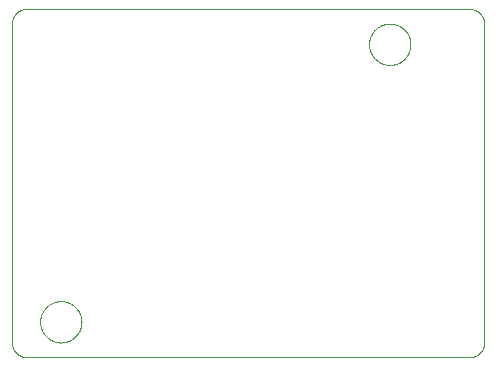
<source format=gko>
G75*
%MOIN*%
%OFA0B0*%
%FSLAX25Y25*%
%IPPOS*%
%LPD*%
%AMOC8*
5,1,8,0,0,1.08239X$1,22.5*
%
%ADD10C,0.00000*%
D10*
X0072713Y0075833D02*
X0220194Y0075833D01*
X0220334Y0075835D01*
X0220474Y0075841D01*
X0220614Y0075851D01*
X0220754Y0075864D01*
X0220893Y0075882D01*
X0221032Y0075904D01*
X0221169Y0075929D01*
X0221307Y0075958D01*
X0221443Y0075991D01*
X0221578Y0076028D01*
X0221712Y0076069D01*
X0221845Y0076114D01*
X0221977Y0076162D01*
X0222107Y0076214D01*
X0222236Y0076269D01*
X0222363Y0076328D01*
X0222489Y0076391D01*
X0222613Y0076457D01*
X0222734Y0076526D01*
X0222854Y0076599D01*
X0222972Y0076676D01*
X0223087Y0076755D01*
X0223201Y0076838D01*
X0223311Y0076924D01*
X0223420Y0077013D01*
X0223526Y0077105D01*
X0223629Y0077200D01*
X0223730Y0077297D01*
X0223827Y0077398D01*
X0223922Y0077501D01*
X0224014Y0077607D01*
X0224103Y0077716D01*
X0224189Y0077826D01*
X0224272Y0077940D01*
X0224351Y0078055D01*
X0224428Y0078173D01*
X0224501Y0078293D01*
X0224570Y0078414D01*
X0224636Y0078538D01*
X0224699Y0078664D01*
X0224758Y0078791D01*
X0224813Y0078920D01*
X0224865Y0079050D01*
X0224913Y0079182D01*
X0224958Y0079315D01*
X0224999Y0079449D01*
X0225036Y0079584D01*
X0225069Y0079720D01*
X0225098Y0079858D01*
X0225123Y0079995D01*
X0225145Y0080134D01*
X0225163Y0080273D01*
X0225176Y0080413D01*
X0225186Y0080553D01*
X0225192Y0080693D01*
X0225194Y0080833D01*
X0225194Y0186975D01*
X0225192Y0187115D01*
X0225186Y0187255D01*
X0225176Y0187395D01*
X0225163Y0187535D01*
X0225145Y0187674D01*
X0225123Y0187813D01*
X0225098Y0187950D01*
X0225069Y0188088D01*
X0225036Y0188224D01*
X0224999Y0188359D01*
X0224958Y0188493D01*
X0224913Y0188626D01*
X0224865Y0188758D01*
X0224813Y0188888D01*
X0224758Y0189017D01*
X0224699Y0189144D01*
X0224636Y0189270D01*
X0224570Y0189394D01*
X0224501Y0189515D01*
X0224428Y0189635D01*
X0224351Y0189753D01*
X0224272Y0189868D01*
X0224189Y0189982D01*
X0224103Y0190092D01*
X0224014Y0190201D01*
X0223922Y0190307D01*
X0223827Y0190410D01*
X0223730Y0190511D01*
X0223629Y0190608D01*
X0223526Y0190703D01*
X0223420Y0190795D01*
X0223311Y0190884D01*
X0223201Y0190970D01*
X0223087Y0191053D01*
X0222972Y0191132D01*
X0222854Y0191209D01*
X0222734Y0191282D01*
X0222613Y0191351D01*
X0222489Y0191417D01*
X0222363Y0191480D01*
X0222236Y0191539D01*
X0222107Y0191594D01*
X0221977Y0191646D01*
X0221845Y0191694D01*
X0221712Y0191739D01*
X0221578Y0191780D01*
X0221443Y0191817D01*
X0221307Y0191850D01*
X0221169Y0191879D01*
X0221032Y0191904D01*
X0220893Y0191926D01*
X0220754Y0191944D01*
X0220614Y0191957D01*
X0220474Y0191967D01*
X0220334Y0191973D01*
X0220194Y0191975D01*
X0072713Y0191975D01*
X0072573Y0191973D01*
X0072433Y0191967D01*
X0072293Y0191957D01*
X0072153Y0191944D01*
X0072014Y0191926D01*
X0071875Y0191904D01*
X0071738Y0191879D01*
X0071600Y0191850D01*
X0071464Y0191817D01*
X0071329Y0191780D01*
X0071195Y0191739D01*
X0071062Y0191694D01*
X0070930Y0191646D01*
X0070800Y0191594D01*
X0070671Y0191539D01*
X0070544Y0191480D01*
X0070418Y0191417D01*
X0070294Y0191351D01*
X0070173Y0191282D01*
X0070053Y0191209D01*
X0069935Y0191132D01*
X0069820Y0191053D01*
X0069706Y0190970D01*
X0069596Y0190884D01*
X0069487Y0190795D01*
X0069381Y0190703D01*
X0069278Y0190608D01*
X0069177Y0190511D01*
X0069080Y0190410D01*
X0068985Y0190307D01*
X0068893Y0190201D01*
X0068804Y0190092D01*
X0068718Y0189982D01*
X0068635Y0189868D01*
X0068556Y0189753D01*
X0068479Y0189635D01*
X0068406Y0189515D01*
X0068337Y0189394D01*
X0068271Y0189270D01*
X0068208Y0189144D01*
X0068149Y0189017D01*
X0068094Y0188888D01*
X0068042Y0188758D01*
X0067994Y0188626D01*
X0067949Y0188493D01*
X0067908Y0188359D01*
X0067871Y0188224D01*
X0067838Y0188088D01*
X0067809Y0187950D01*
X0067784Y0187813D01*
X0067762Y0187674D01*
X0067744Y0187535D01*
X0067731Y0187395D01*
X0067721Y0187255D01*
X0067715Y0187115D01*
X0067713Y0186975D01*
X0067713Y0080833D01*
X0067715Y0080693D01*
X0067721Y0080553D01*
X0067731Y0080413D01*
X0067744Y0080273D01*
X0067762Y0080134D01*
X0067784Y0079995D01*
X0067809Y0079858D01*
X0067838Y0079720D01*
X0067871Y0079584D01*
X0067908Y0079449D01*
X0067949Y0079315D01*
X0067994Y0079182D01*
X0068042Y0079050D01*
X0068094Y0078920D01*
X0068149Y0078791D01*
X0068208Y0078664D01*
X0068271Y0078538D01*
X0068337Y0078414D01*
X0068406Y0078293D01*
X0068479Y0078173D01*
X0068556Y0078055D01*
X0068635Y0077940D01*
X0068718Y0077826D01*
X0068804Y0077716D01*
X0068893Y0077607D01*
X0068985Y0077501D01*
X0069080Y0077398D01*
X0069177Y0077297D01*
X0069278Y0077200D01*
X0069381Y0077105D01*
X0069487Y0077013D01*
X0069596Y0076924D01*
X0069706Y0076838D01*
X0069820Y0076755D01*
X0069935Y0076676D01*
X0070053Y0076599D01*
X0070173Y0076526D01*
X0070294Y0076457D01*
X0070418Y0076391D01*
X0070544Y0076328D01*
X0070671Y0076269D01*
X0070800Y0076214D01*
X0070930Y0076162D01*
X0071062Y0076114D01*
X0071195Y0076069D01*
X0071329Y0076028D01*
X0071464Y0075991D01*
X0071600Y0075958D01*
X0071738Y0075929D01*
X0071875Y0075904D01*
X0072014Y0075882D01*
X0072153Y0075864D01*
X0072293Y0075851D01*
X0072433Y0075841D01*
X0072573Y0075835D01*
X0072713Y0075833D01*
X0077162Y0087644D02*
X0077164Y0087813D01*
X0077170Y0087982D01*
X0077181Y0088151D01*
X0077195Y0088319D01*
X0077214Y0088487D01*
X0077237Y0088655D01*
X0077263Y0088822D01*
X0077294Y0088988D01*
X0077329Y0089154D01*
X0077368Y0089318D01*
X0077412Y0089482D01*
X0077459Y0089644D01*
X0077510Y0089805D01*
X0077565Y0089965D01*
X0077624Y0090124D01*
X0077686Y0090281D01*
X0077753Y0090436D01*
X0077824Y0090590D01*
X0077898Y0090742D01*
X0077976Y0090892D01*
X0078057Y0091040D01*
X0078142Y0091186D01*
X0078231Y0091330D01*
X0078323Y0091472D01*
X0078419Y0091611D01*
X0078518Y0091748D01*
X0078620Y0091883D01*
X0078726Y0092015D01*
X0078835Y0092144D01*
X0078947Y0092271D01*
X0079062Y0092395D01*
X0079180Y0092516D01*
X0079301Y0092634D01*
X0079425Y0092749D01*
X0079552Y0092861D01*
X0079681Y0092970D01*
X0079813Y0093076D01*
X0079948Y0093178D01*
X0080085Y0093277D01*
X0080224Y0093373D01*
X0080366Y0093465D01*
X0080510Y0093554D01*
X0080656Y0093639D01*
X0080804Y0093720D01*
X0080954Y0093798D01*
X0081106Y0093872D01*
X0081260Y0093943D01*
X0081415Y0094010D01*
X0081572Y0094072D01*
X0081731Y0094131D01*
X0081891Y0094186D01*
X0082052Y0094237D01*
X0082214Y0094284D01*
X0082378Y0094328D01*
X0082542Y0094367D01*
X0082708Y0094402D01*
X0082874Y0094433D01*
X0083041Y0094459D01*
X0083209Y0094482D01*
X0083377Y0094501D01*
X0083545Y0094515D01*
X0083714Y0094526D01*
X0083883Y0094532D01*
X0084052Y0094534D01*
X0084221Y0094532D01*
X0084390Y0094526D01*
X0084559Y0094515D01*
X0084727Y0094501D01*
X0084895Y0094482D01*
X0085063Y0094459D01*
X0085230Y0094433D01*
X0085396Y0094402D01*
X0085562Y0094367D01*
X0085726Y0094328D01*
X0085890Y0094284D01*
X0086052Y0094237D01*
X0086213Y0094186D01*
X0086373Y0094131D01*
X0086532Y0094072D01*
X0086689Y0094010D01*
X0086844Y0093943D01*
X0086998Y0093872D01*
X0087150Y0093798D01*
X0087300Y0093720D01*
X0087448Y0093639D01*
X0087594Y0093554D01*
X0087738Y0093465D01*
X0087880Y0093373D01*
X0088019Y0093277D01*
X0088156Y0093178D01*
X0088291Y0093076D01*
X0088423Y0092970D01*
X0088552Y0092861D01*
X0088679Y0092749D01*
X0088803Y0092634D01*
X0088924Y0092516D01*
X0089042Y0092395D01*
X0089157Y0092271D01*
X0089269Y0092144D01*
X0089378Y0092015D01*
X0089484Y0091883D01*
X0089586Y0091748D01*
X0089685Y0091611D01*
X0089781Y0091472D01*
X0089873Y0091330D01*
X0089962Y0091186D01*
X0090047Y0091040D01*
X0090128Y0090892D01*
X0090206Y0090742D01*
X0090280Y0090590D01*
X0090351Y0090436D01*
X0090418Y0090281D01*
X0090480Y0090124D01*
X0090539Y0089965D01*
X0090594Y0089805D01*
X0090645Y0089644D01*
X0090692Y0089482D01*
X0090736Y0089318D01*
X0090775Y0089154D01*
X0090810Y0088988D01*
X0090841Y0088822D01*
X0090867Y0088655D01*
X0090890Y0088487D01*
X0090909Y0088319D01*
X0090923Y0088151D01*
X0090934Y0087982D01*
X0090940Y0087813D01*
X0090942Y0087644D01*
X0090940Y0087475D01*
X0090934Y0087306D01*
X0090923Y0087137D01*
X0090909Y0086969D01*
X0090890Y0086801D01*
X0090867Y0086633D01*
X0090841Y0086466D01*
X0090810Y0086300D01*
X0090775Y0086134D01*
X0090736Y0085970D01*
X0090692Y0085806D01*
X0090645Y0085644D01*
X0090594Y0085483D01*
X0090539Y0085323D01*
X0090480Y0085164D01*
X0090418Y0085007D01*
X0090351Y0084852D01*
X0090280Y0084698D01*
X0090206Y0084546D01*
X0090128Y0084396D01*
X0090047Y0084248D01*
X0089962Y0084102D01*
X0089873Y0083958D01*
X0089781Y0083816D01*
X0089685Y0083677D01*
X0089586Y0083540D01*
X0089484Y0083405D01*
X0089378Y0083273D01*
X0089269Y0083144D01*
X0089157Y0083017D01*
X0089042Y0082893D01*
X0088924Y0082772D01*
X0088803Y0082654D01*
X0088679Y0082539D01*
X0088552Y0082427D01*
X0088423Y0082318D01*
X0088291Y0082212D01*
X0088156Y0082110D01*
X0088019Y0082011D01*
X0087880Y0081915D01*
X0087738Y0081823D01*
X0087594Y0081734D01*
X0087448Y0081649D01*
X0087300Y0081568D01*
X0087150Y0081490D01*
X0086998Y0081416D01*
X0086844Y0081345D01*
X0086689Y0081278D01*
X0086532Y0081216D01*
X0086373Y0081157D01*
X0086213Y0081102D01*
X0086052Y0081051D01*
X0085890Y0081004D01*
X0085726Y0080960D01*
X0085562Y0080921D01*
X0085396Y0080886D01*
X0085230Y0080855D01*
X0085063Y0080829D01*
X0084895Y0080806D01*
X0084727Y0080787D01*
X0084559Y0080773D01*
X0084390Y0080762D01*
X0084221Y0080756D01*
X0084052Y0080754D01*
X0083883Y0080756D01*
X0083714Y0080762D01*
X0083545Y0080773D01*
X0083377Y0080787D01*
X0083209Y0080806D01*
X0083041Y0080829D01*
X0082874Y0080855D01*
X0082708Y0080886D01*
X0082542Y0080921D01*
X0082378Y0080960D01*
X0082214Y0081004D01*
X0082052Y0081051D01*
X0081891Y0081102D01*
X0081731Y0081157D01*
X0081572Y0081216D01*
X0081415Y0081278D01*
X0081260Y0081345D01*
X0081106Y0081416D01*
X0080954Y0081490D01*
X0080804Y0081568D01*
X0080656Y0081649D01*
X0080510Y0081734D01*
X0080366Y0081823D01*
X0080224Y0081915D01*
X0080085Y0082011D01*
X0079948Y0082110D01*
X0079813Y0082212D01*
X0079681Y0082318D01*
X0079552Y0082427D01*
X0079425Y0082539D01*
X0079301Y0082654D01*
X0079180Y0082772D01*
X0079062Y0082893D01*
X0078947Y0083017D01*
X0078835Y0083144D01*
X0078726Y0083273D01*
X0078620Y0083405D01*
X0078518Y0083540D01*
X0078419Y0083677D01*
X0078323Y0083816D01*
X0078231Y0083958D01*
X0078142Y0084102D01*
X0078057Y0084248D01*
X0077976Y0084396D01*
X0077898Y0084546D01*
X0077824Y0084698D01*
X0077753Y0084852D01*
X0077686Y0085007D01*
X0077624Y0085164D01*
X0077565Y0085323D01*
X0077510Y0085483D01*
X0077459Y0085644D01*
X0077412Y0085806D01*
X0077368Y0085970D01*
X0077329Y0086134D01*
X0077294Y0086300D01*
X0077263Y0086466D01*
X0077237Y0086633D01*
X0077214Y0086801D01*
X0077195Y0086969D01*
X0077181Y0087137D01*
X0077170Y0087306D01*
X0077164Y0087475D01*
X0077162Y0087644D01*
X0186808Y0180164D02*
X0186810Y0180333D01*
X0186816Y0180502D01*
X0186827Y0180671D01*
X0186841Y0180839D01*
X0186860Y0181007D01*
X0186883Y0181175D01*
X0186909Y0181342D01*
X0186940Y0181508D01*
X0186975Y0181674D01*
X0187014Y0181838D01*
X0187058Y0182002D01*
X0187105Y0182164D01*
X0187156Y0182325D01*
X0187211Y0182485D01*
X0187270Y0182644D01*
X0187332Y0182801D01*
X0187399Y0182956D01*
X0187470Y0183110D01*
X0187544Y0183262D01*
X0187622Y0183412D01*
X0187703Y0183560D01*
X0187788Y0183706D01*
X0187877Y0183850D01*
X0187969Y0183992D01*
X0188065Y0184131D01*
X0188164Y0184268D01*
X0188266Y0184403D01*
X0188372Y0184535D01*
X0188481Y0184664D01*
X0188593Y0184791D01*
X0188708Y0184915D01*
X0188826Y0185036D01*
X0188947Y0185154D01*
X0189071Y0185269D01*
X0189198Y0185381D01*
X0189327Y0185490D01*
X0189459Y0185596D01*
X0189594Y0185698D01*
X0189731Y0185797D01*
X0189870Y0185893D01*
X0190012Y0185985D01*
X0190156Y0186074D01*
X0190302Y0186159D01*
X0190450Y0186240D01*
X0190600Y0186318D01*
X0190752Y0186392D01*
X0190906Y0186463D01*
X0191061Y0186530D01*
X0191218Y0186592D01*
X0191377Y0186651D01*
X0191537Y0186706D01*
X0191698Y0186757D01*
X0191860Y0186804D01*
X0192024Y0186848D01*
X0192188Y0186887D01*
X0192354Y0186922D01*
X0192520Y0186953D01*
X0192687Y0186979D01*
X0192855Y0187002D01*
X0193023Y0187021D01*
X0193191Y0187035D01*
X0193360Y0187046D01*
X0193529Y0187052D01*
X0193698Y0187054D01*
X0193867Y0187052D01*
X0194036Y0187046D01*
X0194205Y0187035D01*
X0194373Y0187021D01*
X0194541Y0187002D01*
X0194709Y0186979D01*
X0194876Y0186953D01*
X0195042Y0186922D01*
X0195208Y0186887D01*
X0195372Y0186848D01*
X0195536Y0186804D01*
X0195698Y0186757D01*
X0195859Y0186706D01*
X0196019Y0186651D01*
X0196178Y0186592D01*
X0196335Y0186530D01*
X0196490Y0186463D01*
X0196644Y0186392D01*
X0196796Y0186318D01*
X0196946Y0186240D01*
X0197094Y0186159D01*
X0197240Y0186074D01*
X0197384Y0185985D01*
X0197526Y0185893D01*
X0197665Y0185797D01*
X0197802Y0185698D01*
X0197937Y0185596D01*
X0198069Y0185490D01*
X0198198Y0185381D01*
X0198325Y0185269D01*
X0198449Y0185154D01*
X0198570Y0185036D01*
X0198688Y0184915D01*
X0198803Y0184791D01*
X0198915Y0184664D01*
X0199024Y0184535D01*
X0199130Y0184403D01*
X0199232Y0184268D01*
X0199331Y0184131D01*
X0199427Y0183992D01*
X0199519Y0183850D01*
X0199608Y0183706D01*
X0199693Y0183560D01*
X0199774Y0183412D01*
X0199852Y0183262D01*
X0199926Y0183110D01*
X0199997Y0182956D01*
X0200064Y0182801D01*
X0200126Y0182644D01*
X0200185Y0182485D01*
X0200240Y0182325D01*
X0200291Y0182164D01*
X0200338Y0182002D01*
X0200382Y0181838D01*
X0200421Y0181674D01*
X0200456Y0181508D01*
X0200487Y0181342D01*
X0200513Y0181175D01*
X0200536Y0181007D01*
X0200555Y0180839D01*
X0200569Y0180671D01*
X0200580Y0180502D01*
X0200586Y0180333D01*
X0200588Y0180164D01*
X0200586Y0179995D01*
X0200580Y0179826D01*
X0200569Y0179657D01*
X0200555Y0179489D01*
X0200536Y0179321D01*
X0200513Y0179153D01*
X0200487Y0178986D01*
X0200456Y0178820D01*
X0200421Y0178654D01*
X0200382Y0178490D01*
X0200338Y0178326D01*
X0200291Y0178164D01*
X0200240Y0178003D01*
X0200185Y0177843D01*
X0200126Y0177684D01*
X0200064Y0177527D01*
X0199997Y0177372D01*
X0199926Y0177218D01*
X0199852Y0177066D01*
X0199774Y0176916D01*
X0199693Y0176768D01*
X0199608Y0176622D01*
X0199519Y0176478D01*
X0199427Y0176336D01*
X0199331Y0176197D01*
X0199232Y0176060D01*
X0199130Y0175925D01*
X0199024Y0175793D01*
X0198915Y0175664D01*
X0198803Y0175537D01*
X0198688Y0175413D01*
X0198570Y0175292D01*
X0198449Y0175174D01*
X0198325Y0175059D01*
X0198198Y0174947D01*
X0198069Y0174838D01*
X0197937Y0174732D01*
X0197802Y0174630D01*
X0197665Y0174531D01*
X0197526Y0174435D01*
X0197384Y0174343D01*
X0197240Y0174254D01*
X0197094Y0174169D01*
X0196946Y0174088D01*
X0196796Y0174010D01*
X0196644Y0173936D01*
X0196490Y0173865D01*
X0196335Y0173798D01*
X0196178Y0173736D01*
X0196019Y0173677D01*
X0195859Y0173622D01*
X0195698Y0173571D01*
X0195536Y0173524D01*
X0195372Y0173480D01*
X0195208Y0173441D01*
X0195042Y0173406D01*
X0194876Y0173375D01*
X0194709Y0173349D01*
X0194541Y0173326D01*
X0194373Y0173307D01*
X0194205Y0173293D01*
X0194036Y0173282D01*
X0193867Y0173276D01*
X0193698Y0173274D01*
X0193529Y0173276D01*
X0193360Y0173282D01*
X0193191Y0173293D01*
X0193023Y0173307D01*
X0192855Y0173326D01*
X0192687Y0173349D01*
X0192520Y0173375D01*
X0192354Y0173406D01*
X0192188Y0173441D01*
X0192024Y0173480D01*
X0191860Y0173524D01*
X0191698Y0173571D01*
X0191537Y0173622D01*
X0191377Y0173677D01*
X0191218Y0173736D01*
X0191061Y0173798D01*
X0190906Y0173865D01*
X0190752Y0173936D01*
X0190600Y0174010D01*
X0190450Y0174088D01*
X0190302Y0174169D01*
X0190156Y0174254D01*
X0190012Y0174343D01*
X0189870Y0174435D01*
X0189731Y0174531D01*
X0189594Y0174630D01*
X0189459Y0174732D01*
X0189327Y0174838D01*
X0189198Y0174947D01*
X0189071Y0175059D01*
X0188947Y0175174D01*
X0188826Y0175292D01*
X0188708Y0175413D01*
X0188593Y0175537D01*
X0188481Y0175664D01*
X0188372Y0175793D01*
X0188266Y0175925D01*
X0188164Y0176060D01*
X0188065Y0176197D01*
X0187969Y0176336D01*
X0187877Y0176478D01*
X0187788Y0176622D01*
X0187703Y0176768D01*
X0187622Y0176916D01*
X0187544Y0177066D01*
X0187470Y0177218D01*
X0187399Y0177372D01*
X0187332Y0177527D01*
X0187270Y0177684D01*
X0187211Y0177843D01*
X0187156Y0178003D01*
X0187105Y0178164D01*
X0187058Y0178326D01*
X0187014Y0178490D01*
X0186975Y0178654D01*
X0186940Y0178820D01*
X0186909Y0178986D01*
X0186883Y0179153D01*
X0186860Y0179321D01*
X0186841Y0179489D01*
X0186827Y0179657D01*
X0186816Y0179826D01*
X0186810Y0179995D01*
X0186808Y0180164D01*
M02*

</source>
